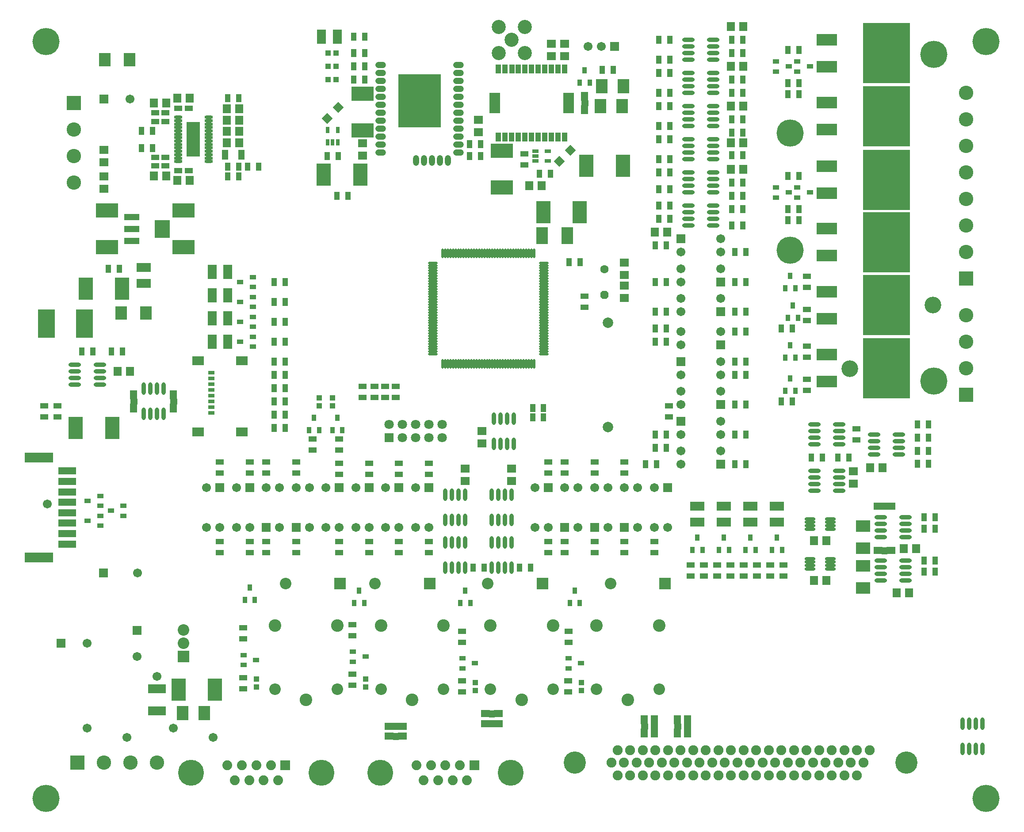
<source format=gts>
G04 Layer_Color=8388736*
%FSLAX24Y24*%
%MOIN*%
G70*
G01*
G75*
%ADD144C,0.0000*%
%ADD145O,0.0316X0.0946*%
%ADD146R,0.1694X0.1104*%
%ADD147R,0.0651X0.0612*%
%ADD148P,0.0837X4X90.0*%
%ADD149R,0.0415X0.0592*%
%ADD150R,0.0572X0.0671*%
%ADD151R,0.0671X0.0572*%
%ADD152R,0.1310X0.2180*%
%ADD153R,0.0395X0.0395*%
%ADD154R,0.0612X0.0651*%
%ADD155R,0.1064X0.0867*%
%ADD156R,0.0592X0.0415*%
%ADD157R,0.0356X0.0474*%
%ADD158R,0.1104X0.0671*%
%ADD159R,0.0395X0.0395*%
%ADD160R,0.0907X0.1257*%
%ADD161R,0.1104X0.1694*%
%ADD162R,0.0474X0.0356*%
%ADD163R,0.1340X0.0552*%
%ADD164R,0.2167X0.0749*%
%ADD165R,0.0316X0.0474*%
%ADD166R,0.0867X0.0671*%
%ADD167R,0.0493X0.0316*%
%ADD168O,0.0946X0.0316*%
%ADD169R,0.0867X0.1064*%
%ADD170R,0.1340X0.0671*%
%ADD171R,0.0907X0.0986*%
%ADD172R,0.0671X0.1104*%
%ADD173O,0.0198X0.0730*%
%ADD174O,0.0730X0.0198*%
%ADD175R,0.0395X0.0671*%
%ADD176R,0.0828X0.1517*%
%ADD177R,0.0474X0.0316*%
%ADD178R,0.3230X0.4017*%
G04:AMPARAMS|DCode=179|XSize=47.4mil|YSize=80.8mil|CornerRadius=23.7mil|HoleSize=0mil|Usage=FLASHONLY|Rotation=90.000|XOffset=0mil|YOffset=0mil|HoleType=Round|Shape=RoundedRectangle|*
%AMROUNDEDRECTD179*
21,1,0.0474,0.0335,0,0,90.0*
21,1,0.0000,0.0808,0,0,90.0*
1,1,0.0474,0.0167,0.0000*
1,1,0.0474,0.0167,0.0000*
1,1,0.0474,-0.0167,0.0000*
1,1,0.0474,-0.0167,0.0000*
%
%ADD179ROUNDEDRECTD179*%
G04:AMPARAMS|DCode=180|XSize=47.4mil|YSize=80.8mil|CornerRadius=23.7mil|HoleSize=0mil|Usage=FLASHONLY|Rotation=180.000|XOffset=0mil|YOffset=0mil|HoleType=Round|Shape=RoundedRectangle|*
%AMROUNDEDRECTD180*
21,1,0.0474,0.0335,0,0,180.0*
21,1,0.0000,0.0808,0,0,180.0*
1,1,0.0474,0.0000,0.0167*
1,1,0.0474,0.0000,0.0167*
1,1,0.0474,0.0000,-0.0167*
1,1,0.0474,0.0000,-0.0167*
%
%ADD180ROUNDEDRECTD180*%
%ADD181O,0.0828X0.0241*%
%ADD182R,0.1580X0.0879*%
%ADD183R,0.3580X0.4580*%
%ADD184R,0.1143X0.1379*%
%ADD185R,0.1143X0.0474*%
%ADD186R,0.0454X0.0749*%
%ADD187R,0.0592X0.0434*%
%ADD188O,0.0631X0.0257*%
%ADD189R,0.1025X0.2639*%
%ADD190C,0.0867*%
%ADD191C,0.0946*%
%ADD192C,0.0749*%
%ADD193C,0.1674*%
%ADD194C,0.0745*%
%ADD195R,0.0745X0.0745*%
%ADD196C,0.1954*%
%ADD197C,0.0671*%
%ADD198R,0.0671X0.0671*%
%ADD199R,0.0671X0.0671*%
%ADD200P,0.0683X8X112.5*%
%ADD201C,0.0631*%
%ADD202R,0.0867X0.0867*%
%ADD203R,0.0710X0.0710*%
%ADD204C,0.0710*%
%ADD205R,0.0867X0.0867*%
%ADD206C,0.0789*%
%ADD207C,0.1064*%
%ADD208C,0.1080*%
%ADD209R,0.1080X0.1080*%
%ADD210R,0.1080X0.1080*%
%ADD211C,0.2049*%
%ADD212C,0.1261*%
%ADD213C,0.0395*%
G36*
X38500Y49550D02*
X38000D01*
Y49950D01*
X38500D01*
Y49550D01*
D02*
G37*
G36*
X7500Y27050D02*
X7000D01*
Y27450D01*
X7500D01*
Y27050D01*
D02*
G37*
G36*
X4500D02*
X4000D01*
Y27450D01*
X4500D01*
Y27050D01*
D02*
G37*
G36*
X61050Y19100D02*
X60650D01*
Y19600D01*
X61050D01*
Y19100D01*
D02*
G37*
G36*
Y15750D02*
X60650D01*
Y16250D01*
X61050D01*
Y15750D01*
D02*
G37*
G36*
X31450Y3450D02*
X31050D01*
Y3950D01*
X31450D01*
Y3450D01*
D02*
G37*
G36*
Y2700D02*
X31050D01*
Y3200D01*
X31450D01*
Y2700D01*
D02*
G37*
G36*
X46250Y2550D02*
X45750D01*
Y2950D01*
X46250D01*
Y2550D01*
D02*
G37*
G36*
X45500D02*
X45000D01*
Y2950D01*
X45500D01*
Y2550D01*
D02*
G37*
G36*
X43750D02*
X43250D01*
Y2950D01*
X43750D01*
Y2550D01*
D02*
G37*
G36*
X43000D02*
X42500D01*
Y2950D01*
X43000D01*
Y2550D01*
D02*
G37*
G36*
X24200Y2500D02*
X23800D01*
Y3000D01*
X24200D01*
Y2500D01*
D02*
G37*
G36*
Y1750D02*
X23800D01*
Y2250D01*
X24200D01*
Y1750D01*
D02*
G37*
D144*
X38000Y49550D02*
X38500D01*
Y49950D01*
X38000D02*
X38500D01*
X38000Y49550D02*
Y49950D01*
X45750Y2950D02*
X46250D01*
X45750Y2550D02*
Y2950D01*
Y2550D02*
X46250D01*
Y2950D01*
X45000D02*
X45500D01*
X45000Y2550D02*
Y2950D01*
Y2550D02*
X45500D01*
Y2950D01*
X43250D02*
X43750D01*
X43250Y2550D02*
Y2950D01*
Y2550D02*
X43750D01*
Y2950D01*
X42500D02*
X43000D01*
X42500Y2550D02*
Y2950D01*
Y2550D02*
X43000D01*
Y2950D01*
X31050Y3450D02*
Y3950D01*
Y3450D02*
X31450D01*
Y3950D01*
X31050D02*
X31450D01*
X31050Y2700D02*
Y3200D01*
Y2700D02*
X31450D01*
Y3200D01*
X31050D02*
X31450D01*
X23800Y2500D02*
Y3000D01*
Y2500D02*
X24200D01*
Y3000D01*
X23800D02*
X24200D01*
X23800Y1750D02*
Y2250D01*
Y1750D02*
X24200D01*
Y2250D01*
X23800D02*
X24200D01*
X7000Y27050D02*
Y27450D01*
X7500D01*
Y27050D02*
Y27450D01*
X7000Y27050D02*
X7500D01*
X4000D02*
Y27450D01*
X4500D01*
Y27050D02*
Y27450D01*
X4000Y27050D02*
X4500D01*
X60650Y15750D02*
X61050D01*
X60650D02*
Y16250D01*
X61050D01*
Y15750D02*
Y16250D01*
X60650Y19600D02*
X61050D01*
Y19100D02*
Y19600D01*
X60650Y19100D02*
X61050D01*
X60650D02*
Y19600D01*
D145*
X68250Y2945D02*
D03*
X67750D02*
D03*
X67250D02*
D03*
X66750D02*
D03*
X68250Y1055D02*
D03*
X67750D02*
D03*
X67250D02*
D03*
X66750D02*
D03*
X28250Y14705D02*
D03*
X28750D02*
D03*
X27750Y18305D02*
D03*
X28250D02*
D03*
X28750D02*
D03*
X29250D02*
D03*
X27750Y20195D02*
D03*
X28250D02*
D03*
X28750D02*
D03*
X29250D02*
D03*
Y16595D02*
D03*
X28750D02*
D03*
X28250D02*
D03*
X27750D02*
D03*
X29250Y14705D02*
D03*
X27750D02*
D03*
X31400Y24055D02*
D03*
X31900D02*
D03*
X32400D02*
D03*
X32900D02*
D03*
X31400Y25945D02*
D03*
X31900D02*
D03*
X32400D02*
D03*
X32900D02*
D03*
X6500Y28195D02*
D03*
X6000D02*
D03*
X5500D02*
D03*
X5000D02*
D03*
X6500Y26305D02*
D03*
X6000D02*
D03*
X5500D02*
D03*
X5000D02*
D03*
X31250Y18305D02*
D03*
X31750D02*
D03*
X32250D02*
D03*
X32750D02*
D03*
X31250Y20195D02*
D03*
X31750D02*
D03*
X32250D02*
D03*
X32750D02*
D03*
Y16595D02*
D03*
X32250D02*
D03*
X31750D02*
D03*
X31250D02*
D03*
X32750Y14705D02*
D03*
X31250D02*
D03*
X32250D02*
D03*
X31750D02*
D03*
D146*
X21500Y47672D02*
D03*
Y50428D02*
D03*
X32000Y43372D02*
D03*
Y46128D02*
D03*
X2250Y41628D02*
D03*
Y38872D02*
D03*
X8000Y41628D02*
D03*
Y38872D02*
D03*
D147*
X21500Y45787D02*
D03*
Y46713D02*
D03*
X41250Y37713D02*
D03*
Y36787D02*
D03*
Y35963D02*
D03*
Y35037D02*
D03*
X58500Y21963D02*
D03*
Y21037D02*
D03*
X30500Y25013D02*
D03*
Y24087D02*
D03*
X29250Y22163D02*
D03*
Y21237D02*
D03*
X35750Y54213D02*
D03*
Y53287D02*
D03*
X36750D02*
D03*
Y54213D02*
D03*
X30250Y48463D02*
D03*
Y47537D02*
D03*
X32750Y22163D02*
D03*
Y21237D02*
D03*
X2000Y45287D02*
D03*
Y46213D02*
D03*
Y44213D02*
D03*
Y43287D02*
D03*
D148*
X37168Y46168D02*
D03*
X36332Y45332D02*
D03*
X18832Y48582D02*
D03*
X19668Y49418D02*
D03*
D149*
X35151Y26745D02*
D03*
X34324D02*
D03*
X35151Y26045D02*
D03*
X34324D02*
D03*
X19663Y45750D02*
D03*
X18837D02*
D03*
X37913Y37750D02*
D03*
X37087D02*
D03*
X3163Y37250D02*
D03*
X2337D02*
D03*
X21663Y54750D02*
D03*
X20837D02*
D03*
X44413Y32750D02*
D03*
X43587D02*
D03*
X49587Y32500D02*
D03*
X50413D02*
D03*
X43587Y31750D02*
D03*
X44413D02*
D03*
X49587Y29250D02*
D03*
X50413D02*
D03*
X43587Y24750D02*
D03*
X44413D02*
D03*
X50413D02*
D03*
X49587D02*
D03*
X44413Y23750D02*
D03*
X43587D02*
D03*
X49587Y22500D02*
D03*
X50413D02*
D03*
X42837D02*
D03*
X43663D02*
D03*
X49587Y27000D02*
D03*
X50413D02*
D03*
X1163Y31000D02*
D03*
X337D02*
D03*
X3413D02*
D03*
X2587D02*
D03*
X49587Y30250D02*
D03*
X50413D02*
D03*
X20413Y42750D02*
D03*
X19587D02*
D03*
X15663Y36250D02*
D03*
X14837D02*
D03*
X15663Y34750D02*
D03*
X14837D02*
D03*
X15663Y33250D02*
D03*
X14837D02*
D03*
X15663Y31750D02*
D03*
X14837D02*
D03*
X35663Y44400D02*
D03*
X34837D02*
D03*
X43837Y42000D02*
D03*
X44663D02*
D03*
X50163Y41750D02*
D03*
X49337D02*
D03*
X30413Y46650D02*
D03*
X29587D02*
D03*
X50163Y54500D02*
D03*
X49337D02*
D03*
X43837D02*
D03*
X44663D02*
D03*
X53587Y53750D02*
D03*
X54413D02*
D03*
Y51250D02*
D03*
X53587D02*
D03*
X43837Y53000D02*
D03*
X44663D02*
D03*
X53587Y50400D02*
D03*
X54413D02*
D03*
X49337Y53500D02*
D03*
X50163D02*
D03*
X54413Y44250D02*
D03*
X53587D02*
D03*
X54413Y41750D02*
D03*
X53587D02*
D03*
Y40900D02*
D03*
X54413D02*
D03*
X50163Y50500D02*
D03*
X49337D02*
D03*
X43837Y52000D02*
D03*
X44663D02*
D03*
X53087Y27250D02*
D03*
X53913D02*
D03*
X43837Y50500D02*
D03*
X44663D02*
D03*
X49337Y51500D02*
D03*
X50163D02*
D03*
X53913Y32750D02*
D03*
X53087D02*
D03*
X44413Y36250D02*
D03*
X43587D02*
D03*
X49587D02*
D03*
X50413D02*
D03*
X43587Y39000D02*
D03*
X44413D02*
D03*
X50413Y38500D02*
D03*
X49587D02*
D03*
X44413Y34000D02*
D03*
X43587D02*
D03*
X49587D02*
D03*
X50413D02*
D03*
X63337Y23500D02*
D03*
X64163D02*
D03*
X55337Y23000D02*
D03*
X56163D02*
D03*
X57337D02*
D03*
X58163D02*
D03*
X49337Y48500D02*
D03*
X50163D02*
D03*
X49337Y47500D02*
D03*
X50163D02*
D03*
X49337Y45800D02*
D03*
X50163D02*
D03*
X43837Y49500D02*
D03*
X44663D02*
D03*
X64163Y24500D02*
D03*
X63337D02*
D03*
X43837Y48000D02*
D03*
X44663D02*
D03*
X63337Y25500D02*
D03*
X64163D02*
D03*
X43837Y47000D02*
D03*
X44663D02*
D03*
X43837Y45500D02*
D03*
X44663D02*
D03*
X21663Y53500D02*
D03*
X20837D02*
D03*
X21663Y52500D02*
D03*
X20837D02*
D03*
X21663Y51500D02*
D03*
X20837D02*
D03*
X30413Y45750D02*
D03*
X29587D02*
D03*
X64663Y14400D02*
D03*
X63837D02*
D03*
X64663Y15250D02*
D03*
X63837D02*
D03*
X49337Y40500D02*
D03*
X50163D02*
D03*
X64663Y18500D02*
D03*
X63837D02*
D03*
X44663Y41000D02*
D03*
X43837D02*
D03*
X64663Y17650D02*
D03*
X63837D02*
D03*
X49337Y43750D02*
D03*
X50163D02*
D03*
X49337Y42750D02*
D03*
X50163D02*
D03*
X43837Y44500D02*
D03*
X44663D02*
D03*
X43837Y43250D02*
D03*
X44663D02*
D03*
X14837Y26250D02*
D03*
X15663D02*
D03*
X14837Y25250D02*
D03*
X15663D02*
D03*
X14837Y27250D02*
D03*
X15663D02*
D03*
X14837Y28250D02*
D03*
X15663D02*
D03*
X14837Y29250D02*
D03*
X15663D02*
D03*
X14837Y30250D02*
D03*
X15663D02*
D03*
X63337Y22550D02*
D03*
X64163D02*
D03*
X39587Y52250D02*
D03*
X40413D02*
D03*
X29837Y14700D02*
D03*
X30663D02*
D03*
X33337D02*
D03*
X34163D02*
D03*
X12163Y50100D02*
D03*
X11337D02*
D03*
X5663Y47650D02*
D03*
X4837D02*
D03*
X12837Y44950D02*
D03*
X13663D02*
D03*
X5663Y46350D02*
D03*
X4837D02*
D03*
X12163Y44200D02*
D03*
X11337D02*
D03*
X12163Y44950D02*
D03*
X11337D02*
D03*
D150*
X38250Y50242D02*
D03*
Y49258D02*
D03*
X46000Y2258D02*
D03*
Y3242D02*
D03*
X45250Y2258D02*
D03*
Y3242D02*
D03*
X43500Y2258D02*
D03*
Y3242D02*
D03*
X42750Y2258D02*
D03*
Y3242D02*
D03*
X7250Y26758D02*
D03*
Y27742D02*
D03*
X4250Y26758D02*
D03*
Y27742D02*
D03*
D151*
X31742Y3700D02*
D03*
X30758D02*
D03*
X31742Y2950D02*
D03*
X30758D02*
D03*
X24492Y2750D02*
D03*
X23508D02*
D03*
X24492Y2000D02*
D03*
X23508D02*
D03*
X61342Y16000D02*
D03*
X60358D02*
D03*
Y19350D02*
D03*
X61342D02*
D03*
D152*
X522Y33100D02*
D03*
X-2322D02*
D03*
D153*
X19495Y53500D02*
D03*
X18905D02*
D03*
Y52500D02*
D03*
X19495D02*
D03*
Y51500D02*
D03*
X18905D02*
D03*
D154*
X35013Y43500D02*
D03*
X34087D02*
D03*
X3037Y29500D02*
D03*
X3963D02*
D03*
X50213Y52500D02*
D03*
X49287D02*
D03*
Y55500D02*
D03*
X50213D02*
D03*
X60713Y22250D02*
D03*
X59787D02*
D03*
X49287Y49500D02*
D03*
X50213D02*
D03*
Y46750D02*
D03*
X49287D02*
D03*
X55537Y13750D02*
D03*
X56463D02*
D03*
X62713Y12800D02*
D03*
X61787D02*
D03*
X55537Y16750D02*
D03*
X56463D02*
D03*
X63225Y16150D02*
D03*
X62300D02*
D03*
X44463Y40000D02*
D03*
X43537D02*
D03*
X50213Y44750D02*
D03*
X49287D02*
D03*
X11287Y47600D02*
D03*
X12213D02*
D03*
X12213Y46750D02*
D03*
X11287D02*
D03*
X12213Y48450D02*
D03*
X11287D02*
D03*
X8463Y43900D02*
D03*
X7537D02*
D03*
X5787Y44250D02*
D03*
X6713D02*
D03*
X8463Y50100D02*
D03*
X7537D02*
D03*
X5787Y49750D02*
D03*
X6713D02*
D03*
X12213Y49300D02*
D03*
X11287D02*
D03*
D155*
X59250Y17827D02*
D03*
Y16173D02*
D03*
Y13173D02*
D03*
Y14827D02*
D03*
D156*
X13000Y22663D02*
D03*
Y21837D02*
D03*
Y16663D02*
D03*
Y15837D02*
D03*
X47250Y14913D02*
D03*
Y14087D02*
D03*
X52250D02*
D03*
Y14913D02*
D03*
X53250D02*
D03*
Y14087D02*
D03*
X46250D02*
D03*
Y14913D02*
D03*
X48250Y14087D02*
D03*
Y14913D02*
D03*
X49250D02*
D03*
Y14087D02*
D03*
X50250D02*
D03*
Y14913D02*
D03*
X51250D02*
D03*
Y14087D02*
D03*
X19750Y23587D02*
D03*
Y24413D02*
D03*
X24250Y22563D02*
D03*
Y21737D02*
D03*
X24250Y16663D02*
D03*
Y15837D02*
D03*
X29000Y9087D02*
D03*
Y9913D02*
D03*
Y5337D02*
D03*
Y6163D02*
D03*
X17750Y23587D02*
D03*
Y24413D02*
D03*
X10750Y16663D02*
D03*
Y15837D02*
D03*
Y22663D02*
D03*
Y21837D02*
D03*
X37000Y5337D02*
D03*
Y6163D02*
D03*
X37050Y9087D02*
D03*
Y9913D02*
D03*
X26500Y16663D02*
D03*
Y15837D02*
D03*
X26500Y22563D02*
D03*
Y21737D02*
D03*
X39000Y21837D02*
D03*
Y22663D02*
D03*
Y16663D02*
D03*
Y15837D02*
D03*
X35500Y16663D02*
D03*
Y15837D02*
D03*
Y22663D02*
D03*
Y21837D02*
D03*
X41250D02*
D03*
Y22663D02*
D03*
Y16663D02*
D03*
Y15837D02*
D03*
X36750Y21837D02*
D03*
Y22663D02*
D03*
Y16663D02*
D03*
Y15837D02*
D03*
X44600Y26913D02*
D03*
Y26087D02*
D03*
X43500Y15837D02*
D03*
Y16663D02*
D03*
X16500Y21837D02*
D03*
Y22663D02*
D03*
Y15837D02*
D03*
Y16663D02*
D03*
X-1500Y26087D02*
D03*
Y26913D02*
D03*
X-2500Y26087D02*
D03*
Y26913D02*
D03*
X33700Y45087D02*
D03*
Y45913D02*
D03*
X24000Y27537D02*
D03*
Y28363D02*
D03*
X23200Y27537D02*
D03*
Y28363D02*
D03*
X22400Y27537D02*
D03*
Y28363D02*
D03*
X21500Y27537D02*
D03*
Y28363D02*
D03*
X55000Y28913D02*
D03*
Y28087D02*
D03*
Y34163D02*
D03*
Y33337D02*
D03*
X58750Y24337D02*
D03*
Y25163D02*
D03*
X12500Y5587D02*
D03*
Y6413D02*
D03*
Y9337D02*
D03*
Y10163D02*
D03*
X19750Y16663D02*
D03*
Y15837D02*
D03*
X19750Y22563D02*
D03*
Y21737D02*
D03*
X20750Y5837D02*
D03*
Y6663D02*
D03*
Y9587D02*
D03*
Y10413D02*
D03*
X14250Y21837D02*
D03*
Y22663D02*
D03*
X22000Y16663D02*
D03*
Y15837D02*
D03*
X14250D02*
D03*
Y16663D02*
D03*
X22000Y22563D02*
D03*
Y21737D02*
D03*
X38250Y35163D02*
D03*
Y34337D02*
D03*
X55000Y31413D02*
D03*
Y30587D02*
D03*
Y36663D02*
D03*
Y35837D02*
D03*
D157*
X52376Y16028D02*
D03*
X53124D02*
D03*
X52750Y16972D02*
D03*
X46750D02*
D03*
X47124Y16028D02*
D03*
X46376D02*
D03*
X48376D02*
D03*
X49124D02*
D03*
X48750Y16972D02*
D03*
X50750D02*
D03*
X51124Y16028D02*
D03*
X50376D02*
D03*
X28876Y12028D02*
D03*
X29624D02*
D03*
X29250Y12972D02*
D03*
X37126Y12028D02*
D03*
X37874D02*
D03*
X37500Y12972D02*
D03*
X17476Y25078D02*
D03*
X18224D02*
D03*
X17850Y26022D02*
D03*
X19600D02*
D03*
X19974Y25078D02*
D03*
X19226D02*
D03*
X53376Y28028D02*
D03*
X54124D02*
D03*
X53750Y28972D02*
D03*
Y31472D02*
D03*
X54124Y30528D02*
D03*
X53376D02*
D03*
X53576Y33528D02*
D03*
X54324D02*
D03*
X53950Y34472D02*
D03*
X53750Y36722D02*
D03*
X54124Y35778D02*
D03*
X53376D02*
D03*
X37876Y51278D02*
D03*
X38624D02*
D03*
X38250Y52222D02*
D03*
X12626Y12278D02*
D03*
X13374D02*
D03*
X13000Y13222D02*
D03*
X20876Y12028D02*
D03*
X21624D02*
D03*
X21250Y12972D02*
D03*
D158*
X52750Y18159D02*
D03*
Y19341D02*
D03*
X46750Y18159D02*
D03*
Y19341D02*
D03*
X48750Y18159D02*
D03*
Y19341D02*
D03*
X50750Y18159D02*
D03*
Y19341D02*
D03*
X5000Y37341D02*
D03*
Y36159D02*
D03*
D159*
X19250Y27495D02*
D03*
Y26905D02*
D03*
X30000Y6045D02*
D03*
Y5455D02*
D03*
X18250Y27495D02*
D03*
Y26905D02*
D03*
X38000Y6045D02*
D03*
Y5455D02*
D03*
X13500Y5705D02*
D03*
Y6295D02*
D03*
X21750D02*
D03*
Y5705D02*
D03*
D160*
X35053Y39750D02*
D03*
X36947D02*
D03*
D161*
X35122Y41500D02*
D03*
X37878D02*
D03*
X18572Y44350D02*
D03*
X21328D02*
D03*
X2628Y25250D02*
D03*
X-128D02*
D03*
X622Y35750D02*
D03*
X3378D02*
D03*
X10378Y5500D02*
D03*
X7622D02*
D03*
X41128Y45000D02*
D03*
X38372D02*
D03*
D162*
X29972Y7500D02*
D03*
X29028Y7126D02*
D03*
Y7874D02*
D03*
X2528Y19000D02*
D03*
X3472Y19374D02*
D03*
Y18626D02*
D03*
X1722Y19376D02*
D03*
Y20124D02*
D03*
X778Y19750D02*
D03*
Y18250D02*
D03*
X1722Y18624D02*
D03*
Y17876D02*
D03*
X37972Y7500D02*
D03*
X37028Y7126D02*
D03*
Y7874D02*
D03*
X13222Y35876D02*
D03*
Y36624D02*
D03*
X12278Y36250D02*
D03*
Y34750D02*
D03*
X13222Y35124D02*
D03*
Y34376D02*
D03*
Y32876D02*
D03*
Y33624D02*
D03*
X12278Y33250D02*
D03*
Y31750D02*
D03*
X13222Y32124D02*
D03*
Y31376D02*
D03*
X52678Y52874D02*
D03*
Y52126D02*
D03*
X53622Y52500D02*
D03*
X55222D02*
D03*
X54278Y52126D02*
D03*
Y52874D02*
D03*
X52678Y43374D02*
D03*
Y42626D02*
D03*
X53622Y43000D02*
D03*
X55222D02*
D03*
X54278Y42626D02*
D03*
Y43374D02*
D03*
X13472Y7750D02*
D03*
X12528Y7376D02*
D03*
Y8124D02*
D03*
X21722Y8000D02*
D03*
X20778Y7626D02*
D03*
Y8374D02*
D03*
D163*
X-750Y16488D02*
D03*
Y17276D02*
D03*
Y18063D02*
D03*
Y18850D02*
D03*
Y19638D02*
D03*
Y20425D02*
D03*
Y21213D02*
D03*
Y22000D02*
D03*
D164*
X-2907Y15490D02*
D03*
Y23010D02*
D03*
D165*
X18876Y46778D02*
D03*
X19250D02*
D03*
X19624D02*
D03*
Y47722D02*
D03*
X18876D02*
D03*
D166*
X9093Y24946D02*
D03*
Y30300D02*
D03*
X12400Y24946D02*
D03*
Y30300D02*
D03*
D167*
X10089Y26375D02*
D03*
Y26808D02*
D03*
Y27241D02*
D03*
Y27674D02*
D03*
Y28107D02*
D03*
Y28540D02*
D03*
Y28973D02*
D03*
Y29406D02*
D03*
D168*
X46055Y54500D02*
D03*
Y54000D02*
D03*
Y53500D02*
D03*
Y53000D02*
D03*
X47945Y54500D02*
D03*
Y54000D02*
D03*
Y53500D02*
D03*
Y53000D02*
D03*
Y50500D02*
D03*
Y51000D02*
D03*
Y51500D02*
D03*
Y52000D02*
D03*
X46055Y50500D02*
D03*
Y51000D02*
D03*
Y51500D02*
D03*
Y52000D02*
D03*
Y49500D02*
D03*
Y49000D02*
D03*
Y48500D02*
D03*
Y48000D02*
D03*
X47945Y49500D02*
D03*
Y49000D02*
D03*
Y48500D02*
D03*
Y48000D02*
D03*
X46055Y47000D02*
D03*
Y46500D02*
D03*
Y46000D02*
D03*
Y45500D02*
D03*
X47945Y47000D02*
D03*
Y46500D02*
D03*
Y46000D02*
D03*
Y45500D02*
D03*
X46055Y42000D02*
D03*
Y41500D02*
D03*
Y41000D02*
D03*
Y40500D02*
D03*
X47945Y42000D02*
D03*
Y41500D02*
D03*
Y41000D02*
D03*
Y40500D02*
D03*
X46055Y44500D02*
D03*
Y44000D02*
D03*
Y43500D02*
D03*
Y43000D02*
D03*
X47945Y44500D02*
D03*
Y44000D02*
D03*
Y43500D02*
D03*
Y43000D02*
D03*
X-195Y30000D02*
D03*
Y29500D02*
D03*
Y29000D02*
D03*
Y28500D02*
D03*
X1695Y30000D02*
D03*
Y29500D02*
D03*
Y29000D02*
D03*
Y28500D02*
D03*
X57445Y24000D02*
D03*
Y24500D02*
D03*
Y25000D02*
D03*
Y25500D02*
D03*
X55555Y24000D02*
D03*
Y24500D02*
D03*
Y25000D02*
D03*
Y25500D02*
D03*
X61945Y23250D02*
D03*
Y23750D02*
D03*
Y24250D02*
D03*
Y24750D02*
D03*
X60055Y23250D02*
D03*
Y23750D02*
D03*
Y24250D02*
D03*
Y24750D02*
D03*
X57445Y20500D02*
D03*
Y21000D02*
D03*
Y21500D02*
D03*
Y22000D02*
D03*
X55555Y20500D02*
D03*
Y21000D02*
D03*
Y21500D02*
D03*
Y22000D02*
D03*
X60555Y15250D02*
D03*
Y14750D02*
D03*
Y14250D02*
D03*
Y13750D02*
D03*
X62445Y15250D02*
D03*
Y14750D02*
D03*
Y14250D02*
D03*
Y13750D02*
D03*
Y17000D02*
D03*
Y17500D02*
D03*
Y18000D02*
D03*
Y18500D02*
D03*
X60555Y17000D02*
D03*
Y17500D02*
D03*
Y18000D02*
D03*
Y18500D02*
D03*
D169*
X39423Y49500D02*
D03*
X41077D02*
D03*
X7923Y3750D02*
D03*
X9577D02*
D03*
X41177Y51000D02*
D03*
X39523D02*
D03*
D170*
X6000Y5577D02*
D03*
Y3923D02*
D03*
D171*
X5185Y33900D02*
D03*
X3315D02*
D03*
X2065Y53000D02*
D03*
X3935D02*
D03*
D172*
X10159Y37000D02*
D03*
X11341D02*
D03*
X10159Y35250D02*
D03*
X11341D02*
D03*
X10159Y33500D02*
D03*
X11341D02*
D03*
X10159Y31750D02*
D03*
X11341D02*
D03*
X19591Y54750D02*
D03*
X18409D02*
D03*
D173*
X34433Y30072D02*
D03*
X34236D02*
D03*
X34039D02*
D03*
X33842D02*
D03*
X33645D02*
D03*
X33448D02*
D03*
X33252D02*
D03*
X33055D02*
D03*
X32858D02*
D03*
X32661D02*
D03*
X32464D02*
D03*
X32267D02*
D03*
X32070D02*
D03*
X31874D02*
D03*
X31677D02*
D03*
X31480D02*
D03*
X31283D02*
D03*
X31086D02*
D03*
X30889D02*
D03*
X30693D02*
D03*
X30496D02*
D03*
X30299D02*
D03*
X30102D02*
D03*
X29905D02*
D03*
X29708D02*
D03*
X29511D02*
D03*
X29315D02*
D03*
X29118D02*
D03*
X28921D02*
D03*
X28724D02*
D03*
X28527D02*
D03*
X28330D02*
D03*
X28133D02*
D03*
X27937D02*
D03*
X27740D02*
D03*
X27543D02*
D03*
Y38419D02*
D03*
X27740D02*
D03*
X27937D02*
D03*
X28133D02*
D03*
X28330D02*
D03*
X28527D02*
D03*
X28724D02*
D03*
X28921D02*
D03*
X29118D02*
D03*
X29315D02*
D03*
X29511D02*
D03*
X29708D02*
D03*
X29905D02*
D03*
X30102D02*
D03*
X30299D02*
D03*
X30496D02*
D03*
X30693D02*
D03*
X30889D02*
D03*
X31086D02*
D03*
X31283D02*
D03*
X31480D02*
D03*
X31677D02*
D03*
X31874D02*
D03*
X32070D02*
D03*
X32267D02*
D03*
X32464D02*
D03*
X32661D02*
D03*
X32858D02*
D03*
X33055D02*
D03*
X33252D02*
D03*
X33448D02*
D03*
X33645D02*
D03*
X33842D02*
D03*
X34039D02*
D03*
X34236D02*
D03*
X34433D02*
D03*
D174*
X26815Y30800D02*
D03*
Y30997D02*
D03*
Y31194D02*
D03*
Y31391D02*
D03*
Y31588D02*
D03*
Y31785D02*
D03*
Y31981D02*
D03*
Y32178D02*
D03*
Y32375D02*
D03*
Y32572D02*
D03*
Y32769D02*
D03*
Y32966D02*
D03*
Y33163D02*
D03*
Y33359D02*
D03*
Y33556D02*
D03*
Y33753D02*
D03*
Y33950D02*
D03*
Y34147D02*
D03*
Y34344D02*
D03*
Y34541D02*
D03*
Y34737D02*
D03*
Y34934D02*
D03*
Y35131D02*
D03*
Y35328D02*
D03*
Y35525D02*
D03*
Y35722D02*
D03*
Y35919D02*
D03*
Y36115D02*
D03*
Y36312D02*
D03*
Y36509D02*
D03*
Y36706D02*
D03*
Y36903D02*
D03*
Y37100D02*
D03*
Y37296D02*
D03*
Y37493D02*
D03*
Y37690D02*
D03*
X35161D02*
D03*
Y37493D02*
D03*
Y37296D02*
D03*
Y37100D02*
D03*
Y36903D02*
D03*
Y36706D02*
D03*
Y36509D02*
D03*
Y36312D02*
D03*
Y36115D02*
D03*
Y35919D02*
D03*
Y35722D02*
D03*
Y35525D02*
D03*
Y35328D02*
D03*
Y35131D02*
D03*
Y34934D02*
D03*
Y34737D02*
D03*
Y34541D02*
D03*
Y34344D02*
D03*
Y34147D02*
D03*
Y33950D02*
D03*
Y33753D02*
D03*
Y33556D02*
D03*
Y33359D02*
D03*
Y33163D02*
D03*
Y32966D02*
D03*
Y32769D02*
D03*
Y32572D02*
D03*
Y32375D02*
D03*
Y32178D02*
D03*
Y31981D02*
D03*
Y31785D02*
D03*
Y31588D02*
D03*
Y31391D02*
D03*
Y31194D02*
D03*
Y30997D02*
D03*
Y30800D02*
D03*
D175*
X31750Y47191D02*
D03*
X32250D02*
D03*
X32750D02*
D03*
X33250D02*
D03*
X33750D02*
D03*
X34250D02*
D03*
X34750D02*
D03*
X35250D02*
D03*
X35750D02*
D03*
X36250D02*
D03*
X36750D02*
D03*
Y52309D02*
D03*
X36250D02*
D03*
X35750D02*
D03*
X35250D02*
D03*
X34750D02*
D03*
X34250D02*
D03*
X33750D02*
D03*
X33250D02*
D03*
X32759D02*
D03*
X32250D02*
D03*
X31750D02*
D03*
D176*
X31474Y49750D02*
D03*
X37026D02*
D03*
D177*
X34528Y46124D02*
D03*
Y45750D02*
D03*
Y45376D02*
D03*
X35472D02*
D03*
Y46124D02*
D03*
D178*
X25800Y49898D02*
D03*
D179*
X28727Y46000D02*
D03*
Y46600D02*
D03*
Y47200D02*
D03*
Y47800D02*
D03*
Y48400D02*
D03*
Y49600D02*
D03*
Y52000D02*
D03*
Y52600D02*
D03*
X22873D02*
D03*
Y52000D02*
D03*
Y51400D02*
D03*
Y50800D02*
D03*
Y50200D02*
D03*
Y49600D02*
D03*
Y49000D02*
D03*
Y48400D02*
D03*
Y47800D02*
D03*
Y47200D02*
D03*
Y46600D02*
D03*
Y46000D02*
D03*
X28727Y51400D02*
D03*
Y50200D02*
D03*
Y49000D02*
D03*
Y50800D02*
D03*
D180*
X25548Y45421D02*
D03*
X26148D02*
D03*
X26748D02*
D03*
X27348D02*
D03*
X27948D02*
D03*
D181*
X55222Y15384D02*
D03*
Y15128D02*
D03*
Y14872D02*
D03*
Y14616D02*
D03*
X56778Y15384D02*
D03*
Y15128D02*
D03*
Y14872D02*
D03*
Y14616D02*
D03*
X55222Y18384D02*
D03*
Y18128D02*
D03*
Y17872D02*
D03*
Y17616D02*
D03*
X56778Y18384D02*
D03*
Y18128D02*
D03*
Y17872D02*
D03*
Y17616D02*
D03*
D182*
X56500Y52478D02*
D03*
Y54522D02*
D03*
Y44972D02*
D03*
Y42928D02*
D03*
Y28728D02*
D03*
Y30772D02*
D03*
Y35522D02*
D03*
Y33478D02*
D03*
Y47728D02*
D03*
Y49772D02*
D03*
Y40272D02*
D03*
Y38228D02*
D03*
D183*
X61000Y53500D02*
D03*
Y43950D02*
D03*
Y29750D02*
D03*
Y34500D02*
D03*
Y48750D02*
D03*
Y39250D02*
D03*
D184*
X6411Y40250D02*
D03*
D185*
X4089Y39344D02*
D03*
Y40250D02*
D03*
Y41156D02*
D03*
D186*
X11140Y45850D02*
D03*
X12360D02*
D03*
D187*
X6644Y48350D02*
D03*
X5856D02*
D03*
X6644Y45650D02*
D03*
X5856D02*
D03*
X8394Y44650D02*
D03*
X7606D02*
D03*
X5856Y45000D02*
D03*
X6644D02*
D03*
X5856Y49000D02*
D03*
X6644D02*
D03*
X8394Y49350D02*
D03*
X7606D02*
D03*
D188*
X9911Y45337D02*
D03*
Y45593D02*
D03*
Y45848D02*
D03*
Y46104D02*
D03*
Y46360D02*
D03*
Y46616D02*
D03*
Y46872D02*
D03*
Y47128D02*
D03*
Y47384D02*
D03*
Y47640D02*
D03*
Y47896D02*
D03*
Y48152D02*
D03*
Y48407D02*
D03*
Y48663D02*
D03*
X7589Y45337D02*
D03*
Y45593D02*
D03*
Y45848D02*
D03*
Y46104D02*
D03*
Y46360D02*
D03*
Y46616D02*
D03*
Y46872D02*
D03*
Y47128D02*
D03*
Y47384D02*
D03*
Y47640D02*
D03*
Y47896D02*
D03*
Y48152D02*
D03*
Y48407D02*
D03*
Y48663D02*
D03*
D189*
X8750Y47000D02*
D03*
D190*
X43862Y5537D02*
D03*
X39138D02*
D03*
X30941Y13500D02*
D03*
X14888Y5537D02*
D03*
X19612D02*
D03*
X27612D02*
D03*
X22888D02*
D03*
X40191Y13500D02*
D03*
X8000Y10000D02*
D03*
Y9000D02*
D03*
X22441Y13500D02*
D03*
X15691D02*
D03*
X31138Y5537D02*
D03*
X35862D02*
D03*
D191*
X43862Y10341D02*
D03*
X39138D02*
D03*
X41500Y4750D02*
D03*
X17250D02*
D03*
X14888Y10341D02*
D03*
X19612D02*
D03*
X27612D02*
D03*
X22888D02*
D03*
X25250Y4750D02*
D03*
X33500D02*
D03*
X31138Y10341D02*
D03*
X35862D02*
D03*
D192*
X59732Y949D02*
D03*
X58782D02*
D03*
X57832D02*
D03*
X56882D02*
D03*
X55932D02*
D03*
X54982D02*
D03*
X54032D02*
D03*
X53082D02*
D03*
X52132D02*
D03*
X51182D02*
D03*
X50232D02*
D03*
X49282D02*
D03*
X48332D02*
D03*
X47382D02*
D03*
X46432D02*
D03*
X45482D02*
D03*
X44532D02*
D03*
X43582D02*
D03*
X42632D02*
D03*
X41682D02*
D03*
X40732D02*
D03*
X59256Y0D02*
D03*
X58306D02*
D03*
X57356D02*
D03*
X56406D02*
D03*
X55456D02*
D03*
X54506D02*
D03*
X53556D02*
D03*
X52606D02*
D03*
X51656D02*
D03*
X50706D02*
D03*
X49756D02*
D03*
X48806D02*
D03*
X47856D02*
D03*
X46906D02*
D03*
X45956D02*
D03*
X45006D02*
D03*
X44056D02*
D03*
X43106D02*
D03*
X42156D02*
D03*
X41206D02*
D03*
X40256D02*
D03*
X58782Y-950D02*
D03*
X57832D02*
D03*
X56882D02*
D03*
X55932D02*
D03*
X54982D02*
D03*
X54032D02*
D03*
X53082D02*
D03*
X52132D02*
D03*
X51182D02*
D03*
X50232D02*
D03*
X49282D02*
D03*
X48332D02*
D03*
X47382D02*
D03*
X46432D02*
D03*
X45482D02*
D03*
X44532D02*
D03*
X43582D02*
D03*
X42632D02*
D03*
X41682D02*
D03*
X40732D02*
D03*
D193*
X37500Y0D02*
D03*
X62500D02*
D03*
D194*
X25569Y-201D02*
D03*
X26114Y-1319D02*
D03*
X26659Y-201D02*
D03*
X27205Y-1319D02*
D03*
X27750Y-201D02*
D03*
X28295Y-1319D02*
D03*
X28841Y-201D02*
D03*
X29386Y-1319D02*
D03*
X11319Y-201D02*
D03*
X11864Y-1319D02*
D03*
X12409Y-201D02*
D03*
X12955Y-1319D02*
D03*
X13500Y-201D02*
D03*
X14045Y-1319D02*
D03*
X14591Y-201D02*
D03*
X15136Y-1319D02*
D03*
D195*
X29931Y-201D02*
D03*
X15681D02*
D03*
D196*
X32669Y-760D02*
D03*
X22831D02*
D03*
X18419D02*
D03*
X8581D02*
D03*
D197*
X4530Y14300D02*
D03*
X12000Y20750D02*
D03*
X13000Y17750D02*
D03*
X12000D02*
D03*
X23250D02*
D03*
X24250D02*
D03*
X23250Y20750D02*
D03*
X39500Y54000D02*
D03*
X38500D02*
D03*
X734Y9000D02*
D03*
X3750Y1900D02*
D03*
X750Y2600D02*
D03*
X4500Y8016D02*
D03*
X10250Y1900D02*
D03*
X7250Y2600D02*
D03*
X9750Y20750D02*
D03*
X10750Y17750D02*
D03*
X9750D02*
D03*
X25500D02*
D03*
X26500D02*
D03*
X25500Y20750D02*
D03*
X48500Y32500D02*
D03*
X45500Y31500D02*
D03*
Y32500D02*
D03*
X48500Y29250D02*
D03*
Y30250D02*
D03*
X45500Y29250D02*
D03*
Y24750D02*
D03*
X48500Y25750D02*
D03*
Y24750D02*
D03*
X40000Y20750D02*
D03*
X39000D02*
D03*
X40000Y17750D02*
D03*
X34500Y20750D02*
D03*
X35500Y17750D02*
D03*
X34500D02*
D03*
X45500Y23500D02*
D03*
Y22500D02*
D03*
X48500Y23500D02*
D03*
X42250Y17750D02*
D03*
X41250Y20750D02*
D03*
X42250D02*
D03*
X37750D02*
D03*
X36750D02*
D03*
X37750Y17750D02*
D03*
X43500Y20750D02*
D03*
X44500Y17750D02*
D03*
X43500D02*
D03*
X45500Y28000D02*
D03*
Y27000D02*
D03*
X48500Y28000D02*
D03*
X17500Y17750D02*
D03*
X16500Y20750D02*
D03*
X17500D02*
D03*
X48500Y37250D02*
D03*
X45500Y36250D02*
D03*
Y37250D02*
D03*
X48500Y38500D02*
D03*
Y39500D02*
D03*
X45500Y38500D02*
D03*
X48500Y35000D02*
D03*
X45500Y34000D02*
D03*
Y35000D02*
D03*
X18750Y17750D02*
D03*
X19750D02*
D03*
X18750Y20750D02*
D03*
X15250Y17750D02*
D03*
X14250Y20750D02*
D03*
X15250D02*
D03*
X21000Y17750D02*
D03*
X22000D02*
D03*
X21000Y20750D02*
D03*
X3984Y50050D02*
D03*
X-2250Y19500D02*
D03*
X6000Y6500D02*
D03*
D198*
X1970Y14300D02*
D03*
X40500Y54000D02*
D03*
X-1234Y9000D02*
D03*
X48500Y31500D02*
D03*
X45500Y30250D02*
D03*
Y25750D02*
D03*
X48500Y22500D02*
D03*
Y27000D02*
D03*
Y36250D02*
D03*
X45500Y39500D02*
D03*
X48500Y34000D02*
D03*
X2016Y50050D02*
D03*
D199*
X13000Y20750D02*
D03*
X24250D02*
D03*
X4500Y9984D02*
D03*
X10750Y20750D02*
D03*
X26500D02*
D03*
X39000Y17750D02*
D03*
X35500Y20750D02*
D03*
X41250Y17750D02*
D03*
X36750D02*
D03*
X44500Y20750D02*
D03*
X16500Y17750D02*
D03*
X19750Y20750D02*
D03*
X14250Y17750D02*
D03*
X22000Y20750D02*
D03*
D200*
X39750Y35289D02*
D03*
D201*
Y37211D02*
D03*
D202*
X35059Y13500D02*
D03*
X44309D02*
D03*
X26559D02*
D03*
X19809D02*
D03*
D203*
X23500Y24500D02*
D03*
D204*
Y25500D02*
D03*
X24500Y24500D02*
D03*
Y25500D02*
D03*
X25500Y24500D02*
D03*
Y25500D02*
D03*
X26500Y24500D02*
D03*
Y25500D02*
D03*
X27500Y24500D02*
D03*
Y25500D02*
D03*
D205*
X8000Y8000D02*
D03*
D206*
X40000Y25313D02*
D03*
Y33187D02*
D03*
D207*
X31766Y53516D02*
D03*
Y55484D02*
D03*
X33734D02*
D03*
Y53516D02*
D03*
X32750Y54500D02*
D03*
D208*
X67000Y33750D02*
D03*
Y29750D02*
D03*
Y31750D02*
D03*
Y46500D02*
D03*
Y44500D02*
D03*
Y42500D02*
D03*
Y38500D02*
D03*
Y40500D02*
D03*
Y48500D02*
D03*
Y50500D02*
D03*
X6000Y0D02*
D03*
X2000D02*
D03*
X4000D02*
D03*
X-250Y45750D02*
D03*
Y47750D02*
D03*
Y43750D02*
D03*
D209*
X67000Y27750D02*
D03*
Y36500D02*
D03*
X-250Y49750D02*
D03*
D210*
X0Y0D02*
D03*
D211*
X-2362Y54382D02*
D03*
X68504D02*
D03*
X-2362Y-2705D02*
D03*
X68504D02*
D03*
X53740Y47492D02*
D03*
Y38634D02*
D03*
X64567Y28791D02*
D03*
Y53398D02*
D03*
D212*
X64500Y34500D02*
D03*
X58250Y29700D02*
D03*
D213*
X8967Y45917D02*
D03*
X8533D02*
D03*
X8967Y46350D02*
D03*
X8533D02*
D03*
X8967Y46783D02*
D03*
X8533D02*
D03*
X8967Y47217D02*
D03*
X8533D02*
D03*
X8967Y47650D02*
D03*
X8533D02*
D03*
X8967Y48083D02*
D03*
X8533D02*
D03*
M02*

</source>
